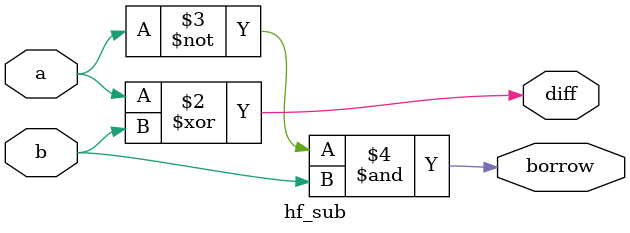
<source format=sv>
`timescale 1ns / 1ps


module hf_sub(
    input a,
    input b,
    output diff,
    output borrow
    );
    
    
    logic a , b , diff , borrow;
    
    always_comb begin
        diff = a ^ b;
        borrow = ~a & b;    
    end
endmodule

</source>
